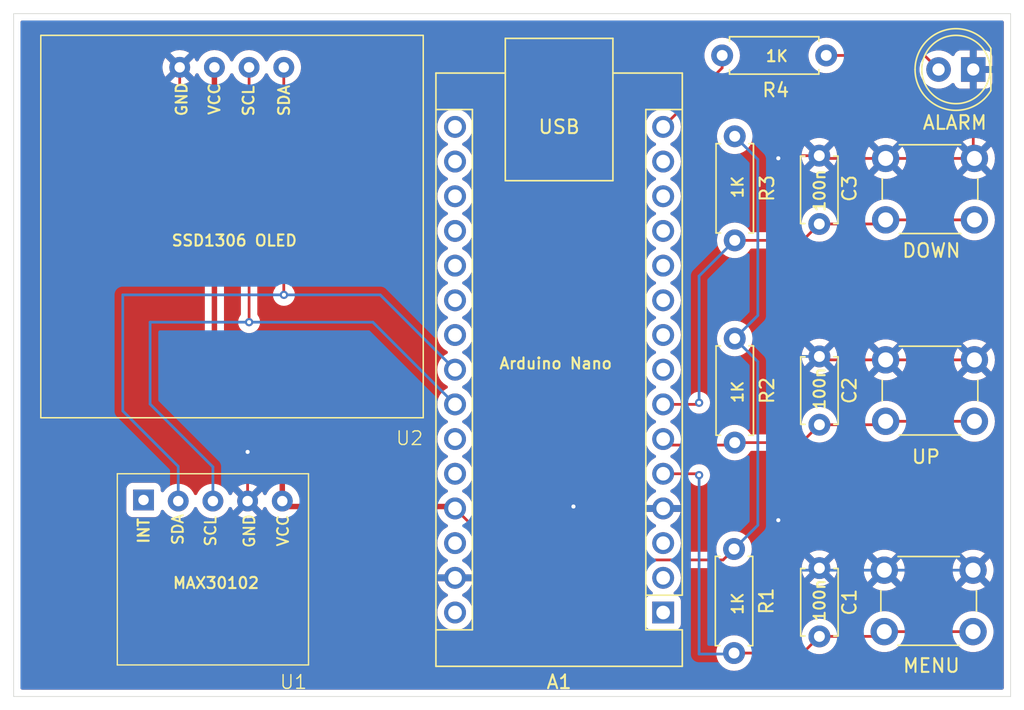
<source format=kicad_pcb>
(kicad_pcb (version 20240108) (generator "pcbnew") (generator_version "8.0")
  (layers (0 "F.Cu" signal "Front") (1 "In1.Cu" signal) (2 "In2.Cu" signal) (31 "B.Cu" signal "Back") (34 "B.Paste" user) (35 "F.Paste" user) (36 "B.SilkS" user "B.Silkscreen") (37 "F.SilkS" user "F.Silkscreen") (38 "B.Mask" user) (39 "F.Mask" user) (44 "Edge.Cuts" user))
  (net 0 "")
  (net 4 "GND")
  (net 5 "Net-(A1-D4)")
  (net 7 "Net-(A1-A4)")
  (net 11 "+5V")
  (net 12 "Net-(A1-D2)")
  (net 13 "Net-(A1-D12)")
  (net 22 "Net-(A1-D3)")
  (net 24 "Net-(A1-A5)")
  (net 30 "Net-(D1-A)")
  (footprint "Resistor_THT:R_Axial_DIN0207_L6.3mm_D2.5mm_P7.62mm_Horizontal" (layer "F.Cu") (at 160.31 91.7 -90)
    (property "Reference" "R2" (at 3.81 -2.37 90) (layer "F.SilkS"))
    (property "Value" "1K")
    (fp_line (start 0.54 1.37) (end 7.08 1.37) (stroke (width 0.12)) (layer "F.SilkS"))
    (fp_line (start 7.08 1.37) (end 7.08 1.04) (stroke (width 0.12)) (layer "F.SilkS"))
    (fp_line (start 0.54 1.04) (end 0.54 1.37) (stroke (width 0.12)) (layer "F.SilkS"))
    (fp_line (start 0.54 -1.04) (end 0.54 -1.37) (stroke (width 0.12)) (layer "F.SilkS"))
    (fp_line (start 0.54 -1.37) (end 7.08 -1.37) (stroke (width 0.12)) (layer "F.SilkS"))
    (fp_line (start 7.08 -1.37) (end 7.08 -1.04) (stroke (width 0.12)) (layer "F.SilkS"))
    (pad "1" thru_hole circle (at 0 0 270) (size 1.6 1.6) (drill 0.8) (layers "*.Cu" "*.Mask") (net 11 "+5V"))
    (pad "2" thru_hole oval (at 7.62 0 270) (size 1.6 1.6) (drill 0.8) (layers "*.Cu" "*.Mask") (net 22 "Net-(A1-D3)"))
  )
  (footprint "Module:Arduino_Nano" (layer "F.Cu") (at 155.07 111.76 180)
    (property "Reference" "A1" (at 7.62 -5.08 0) (layer "F.SilkS"))
    (property "Value" "Arduino_Nano_v3.x")
    (fp_line (start 16.64 39.5) (end 16.64 -3.94) (stroke (width 0.12)) (layer "F.SilkS"))
    (fp_line (start 16.64 39.5) (end 11.56 39.5) (stroke (width 0.12)) (layer "F.SilkS"))
    (fp_line (start 16.64 -3.94) (end -1.4 -3.94) (stroke (width 0.12)) (layer "F.SilkS"))
    (fp_line (start 13.97 36.83) (end 16.64 36.83) (stroke (width 0.12)) (layer "F.SilkS"))
    (fp_line (start 13.97 -1.27) (end 16.64 -1.27) (stroke (width 0.12)) (layer "F.SilkS"))
    (fp_line (start 13.97 -1.27) (end 13.97 36.83) (stroke (width 0.12)) (layer "F.SilkS"))
    (fp_line (start 11.56 42.04) (end 3.68 42.04) (stroke (width 0.12)) (layer "F.SilkS"))
    (fp_line (start 11.56 31.62) (end 11.56 42.04) (stroke (width 0.12)) (layer "F.SilkS"))
    (fp_line (start 3.68 42.04) (end 3.68 31.62) (stroke (width 0.12)) (layer "F.SilkS"))
    (fp_line (start 3.68 31.62) (end 11.56 31.62) (stroke (width 0.12)) (layer "F.SilkS"))
    (fp_line (start 1.27 36.83) (end -1.4 36.83) (stroke (width 0.12)) (layer "F.SilkS"))
    (fp_line (start 1.27 1.27) (end 1.27 36.83) (stroke (width 0.12)) (layer "F.SilkS"))
    (fp_line (start 1.27 1.27) (end 1.27 -1.27) (stroke (width 0.12)) (layer "F.SilkS"))
    (fp_line (start 1.27 1.27) (end -1.4 1.27) (stroke (width 0.12)) (layer "F.SilkS"))
    (fp_line (start 1.27 -1.27) (end -1.4 -1.27) (stroke (width 0.12)) (layer "F.SilkS"))
    (fp_line (start -1.4 39.5) (end 3.68 39.5) (stroke (width 0.12)) (layer "F.SilkS"))
    (fp_line (start -1.4 1.27) (end -1.4 39.5) (stroke (width 0.12)) (layer "F.SilkS"))
    (fp_line (start -1.4 -3.94) (end -1.4 -1.27) (stroke (width 0.12)) (layer "F.SilkS"))
    (fp_text user "USB" (at 7.62 35.56 0) (layer "F.SilkS"))
    (pad "1" thru_hole rect (at 0 0 180) (size 1.6 1.6) (drill 1) (layers "*.Cu" "*.Mask"))
    (pad "2" thru_hole oval (at 0 2.54 180) (size 1.6 1.6) (drill 1) (layers "*.Cu" "*.Mask"))
    (pad "3" thru_hole oval (at 0 5.08 180) (size 1.6 1.6) (drill 1) (layers "*.Cu" "*.Mask"))
    (pad "4" thru_hole oval (at 0 7.62 180) (size 1.6 1.6) (drill 1) (layers "*.Cu" "*.Mask") (net 4 "GND"))
    (pad "5" thru_hole oval (at 0 10.16 180) (size 1.6 1.6) (drill 1) (layers "*.Cu" "*.Mask") (net 12 "Net-(A1-D2)"))
    (pad "6" thru_hole oval (at 0 12.7 180) (size 1.6 1.6) (drill 1) (layers "*.Cu" "*.Mask") (net 22 "Net-(A1-D3)"))
    (pad "7" thru_hole oval (at 0 15.24 180) (size 1.6 1.6) (drill 1) (layers "*.Cu" "*.Mask") (net 5 "Net-(A1-D4)"))
    (pad "8" thru_hole oval (at 0 17.78 180) (size 1.6 1.6) (drill 1) (layers "*.Cu" "*.Mask"))
    (pad "9" thru_hole oval (at 0 20.32 180) (size 1.6 1.6) (drill 1) (layers "*.Cu" "*.Mask"))
    (pad "10" thru_hole oval (at 0 22.86 180) (size 1.6 1.6) (drill 1) (layers "*.Cu" "*.Mask"))
    (pad "11" thru_hole oval (at 0 25.4 180) (size 1.6 1.6) (drill 1) (layers "*.Cu" "*.Mask"))
    (pad "12" thru_hole oval (at 0 27.94 180) (size 1.6 1.6) (drill 1) (layers "*.Cu" "*.Mask"))
    (pad "13" thru_hole oval (at 0 30.48 180) (size 1.6 1.6) (drill 1) (layers "*.Cu" "*.Mask"))
    (pad "14" thru_hole oval (at 0 33.02 180) (size 1.6 1.6) (drill 1) (layers "*.Cu" "*.Mask"))
    (pad "15" thru_hole oval (at 0 35.56 180) (size 1.6 1.6) (drill 1) (layers "*.Cu" "*.Mask") (net 13 "Net-(A1-D12)"))
    (pad "16" thru_hole oval (at 15.24 35.56 180) (size 1.6 1.6) (drill 1) (layers "*.Cu" "*.Mask"))
    (pad "17" thru_hole oval (at 15.24 33.02 180) (size 1.6 1.6) (drill 1) (layers "*.Cu" "*.Mask"))
    (pad "18" thru_hole oval (at 15.24 30.48 180) (size 1.6 1.6) (drill 1) (layers "*.Cu" "*.Mask"))
    (pad "19" thru_hole oval (at 15.24 27.94 180) (size 1.6 1.6) (drill 1) (layers "*.Cu" "*.Mask"))
    (pad "20" thru_hole oval (at 15.24 25.4 180) (size 1.6 1.6) (drill 1) (layers "*.Cu" "*.Mask"))
    (pad "21" thru_hole oval (at 15.24 22.86 180) (size 1.6 1.6) (drill 1) (layers "*.Cu" "*.Mask"))
    (pad "22" thru_hole oval (at 15.24 20.32 180) (size 1.6 1.6) (drill 1) (layers "*.Cu" "*.Mask"))
    (pad "23" thru_hole oval (at 15.24 17.78 180) (size 1.6 1.6) (drill 1) (layers "*.Cu" "*.Mask") (net 7 "Net-(A1-A4)"))
    (pad "24" thru_hole oval (at 15.24 15.24 180) (size 1.6 1.6) (drill 1) (layers "*.Cu" "*.Mask") (net 24 "Net-(A1-A5)"))
    (pad "25" thru_hole oval (at 15.24 12.7 180) (size 1.6 1.6) (drill 1) (layers "*.Cu" "*.Mask"))
    (pad "26" thru_hole oval (at 15.24 10.16 180) (size 1.6 1.6) (drill 1) (layers "*.Cu" "*.Mask"))
    (pad "27" thru_hole oval (at 15.24 7.62 180) (size 1.6 1.6) (drill 1) (layers "*.Cu" "*.Mask") (net 11 "+5V"))
    (pad "28" thru_hole oval (at 15.24 5.08 180) (size 1.6 1.6) (drill 1) (layers "*.Cu" "*.Mask"))
    (pad "29" thru_hole oval (at 15.24 2.54 180) (size 1.6 1.6) (drill 1) (layers "*.Cu" "*.Mask") (net 4 "GND"))
    (pad "30" thru_hole oval (at 15.24 0 180) (size 1.6 1.6) (drill 1) (layers "*.Cu" "*.Mask"))
  )
  (footprint "Capacitor_THT:C_Disc_D4.7mm_W2.5mm_P5.00mm" (layer "F.Cu") (at 166.51 113.51 90)
    (property "Reference" "C1" (at 2.5 2.2 90) (layer "F.SilkS"))
    (property "Value" "100n")
    (fp_line (start 4.97 -1.37) (end 4.97 -1.055) (stroke (width 0.12)) (layer "F.SilkS"))
    (fp_line (start 0.03 -1.37) (end 4.97 -1.37) (stroke (width 0.12)) (layer "F.SilkS"))
    (fp_line (start 0.03 -1.37) (end 0.03 -1.055) (stroke (width 0.12)) (layer "F.SilkS"))
    (fp_line (start 4.97 1.055) (end 4.97 1.37) (stroke (width 0.12)) (layer "F.SilkS"))
    (fp_line (start 0.03 1.055) (end 0.03 1.37) (stroke (width 0.12)) (layer "F.SilkS"))
    (fp_line (start 0.03 1.37) (end 4.97 1.37) (stroke (width 0.12)) (layer "F.SilkS"))
    (pad "1" thru_hole circle (at 0 0 90) (size 1.6 1.6) (drill 0.8) (layers "*.Cu" "*.Mask") (net 12 "Net-(A1-D2)"))
    (pad "2" thru_hole circle (at 5 0 90) (size 1.6 1.6) (drill 0.8) (layers "*.Cu" "*.Mask") (net 4 "GND"))
  )
  (footprint "Capacitor_THT:C_Disc_D4.7mm_W2.5mm_P5.00mm" (layer "F.Cu") (at 166.51 98.01 90)
    (property "Reference" "C2" (at 2.5 2.2 90) (layer "F.SilkS"))
    (property "Value" "100n")
    (fp_line (start 4.97 -1.37) (end 4.97 -1.055) (stroke (width 0.12)) (layer "F.SilkS"))
    (fp_line (start 0.03 -1.37) (end 4.97 -1.37) (stroke (width 0.12)) (layer "F.SilkS"))
    (fp_line (start 0.03 -1.37) (end 0.03 -1.055) (stroke (width 0.12)) (layer "F.SilkS"))
    (fp_line (start 4.97 1.055) (end 4.97 1.37) (stroke (width 0.12)) (layer "F.SilkS"))
    (fp_line (start 0.03 1.055) (end 0.03 1.37) (stroke (width 0.12)) (layer "F.SilkS"))
    (fp_line (start 0.03 1.37) (end 4.97 1.37) (stroke (width 0.12)) (layer "F.SilkS"))
    (pad "1" thru_hole circle (at 0 0 90) (size 1.6 1.6) (drill 0.8) (layers "*.Cu" "*.Mask") (net 22 "Net-(A1-D3)"))
    (pad "2" thru_hole circle (at 5 0 90) (size 1.6 1.6) (drill 0.8) (layers "*.Cu" "*.Mask") (net 4 "GND"))
  )
  (footprint "Resistor_THT:R_Axial_DIN0207_L6.3mm_D2.5mm_P7.62mm_Horizontal" (layer "F.Cu") (at 160.26 107.11 -90)
    (property "Reference" "R1" (at 3.81 -2.37 90) (layer "F.SilkS"))
    (property "Value" "1K")
    (fp_line (start 0.54 1.37) (end 7.08 1.37) (stroke (width 0.12)) (layer "F.SilkS"))
    (fp_line (start 7.08 1.37) (end 7.08 1.04) (stroke (width 0.12)) (layer "F.SilkS"))
    (fp_line (start 0.54 1.04) (end 0.54 1.37) (stroke (width 0.12)) (layer "F.SilkS"))
    (fp_line (start 0.54 -1.04) (end 0.54 -1.37) (stroke (width 0.12)) (layer "F.SilkS"))
    (fp_line (start 0.54 -1.37) (end 7.08 -1.37) (stroke (width 0.12)) (layer "F.SilkS"))
    (fp_line (start 7.08 -1.37) (end 7.08 -1.04) (stroke (width 0.12)) (layer "F.SilkS"))
    (pad "1" thru_hole circle (at 0 0 270) (size 1.6 1.6) (drill 0.8) (layers "*.Cu" "*.Mask") (net 11 "+5V"))
    (pad "2" thru_hole oval (at 7.62 0 270) (size 1.6 1.6) (drill 0.8) (layers "*.Cu" "*.Mask") (net 12 "Net-(A1-D2)"))
  )
  (footprint "Button_Switch_THT:SW_PUSH_6mm" (layer "F.Cu") (at 171.36 93.26)
    (property "Reference" "UP" (at 2.95 7.1 0) (layer "F.SilkS"))
    (property "Value" "SW_Push")
    (fp_line (start -0.25 1.5) (end -0.25 3) (stroke (width 0.12)) (layer "F.SilkS"))
    (fp_line (start 1 5.5) (end 5.5 5.5) (stroke (width 0.12)) (layer "F.SilkS"))
    (fp_line (start 5.5 -1) (end 1 -1) (stroke (width 0.12)) (layer "F.SilkS"))
    (fp_line (start 6.75 3) (end 6.75 1.5) (stroke (width 0.12)) (layer "F.SilkS"))
    (pad "1" thru_hole circle (at 0 0 90) (size 2 2) (drill 1.1) (layers "*.Cu" "*.Mask") (net 4 "GND"))
    (pad "1" thru_hole circle (at 6.5 0 90) (size 2 2) (drill 1.1) (layers "*.Cu" "*.Mask") (net 4 "GND"))
    (pad "2" thru_hole circle (at 0 4.5 90) (size 2 2) (drill 1.1) (layers "*.Cu" "*.Mask") (net 22 "Net-(A1-D3)"))
    (pad "2" thru_hole circle (at 6.5 4.5 90) (size 2 2) (drill 1.1) (layers "*.Cu" "*.Mask") (net 22 "Net-(A1-D3)"))
  )
  (footprint "Resistor_THT:R_Axial_DIN0207_L6.3mm_D2.5mm_P7.62mm_Horizontal" (layer "F.Cu") (at 159.39 70.97)
    (property "Reference" "R4" (at 3.92 2.54 0) (layer "F.SilkS"))
    (property "Value" "1K")
    (fp_line (start 0.54 -1.37) (end 7.08 -1.37) (stroke (width 0.12)) (layer "F.SilkS"))
    (fp_line (start 0.54 -1.04) (end 0.54 -1.37) (stroke (width 0.12)) (layer "F.SilkS"))
    (fp_line (start 0.54 1.04) (end 0.54 1.37) (stroke (width 0.12)) (layer "F.SilkS"))
    (fp_line (start 0.54 1.37) (end 7.08 1.37) (stroke (width 0.12)) (layer "F.SilkS"))
    (fp_line (start 7.08 -1.37) (end 7.08 -1.04) (stroke (width 0.12)) (layer "F.SilkS"))
    (fp_line (start 7.08 1.37) (end 7.08 1.04) (stroke (width 0.12)) (layer "F.SilkS"))
    (pad "1" thru_hole circle (at 0 0) (size 1.6 1.6) (drill 0.8) (layers "*.Cu" "*.Mask") (net 13 "Net-(A1-D12)"))
    (pad "2" thru_hole oval (at 7.62 0) (size 1.6 1.6) (drill 0.8) (layers "*.Cu" "*.Mask") (net 30 "Net-(D1-A)"))
  )
  (footprint "spo2_stuff:MAX30102_MODULE" (layer "F.Cu") (at 122.100595 108.6)
    (property "Reference" "U1" (at 5.899405 8.25 0) (layer "F.SilkS") (effects (font (thickness 0.1))))
    (property "Value" "MAX30102" (hide yes))
    (fp_line (start -7 -7) (end 7 -7) (stroke (width 0.1)) (layer "F.SilkS"))
    (fp_line (start -7 7) (end -7 -7) (stroke (width 0.1)) (layer "F.SilkS"))
    (fp_line (start 7 -7) (end 7 7) (stroke (width 0.1)) (layer "F.SilkS"))
    (fp_line (start 7 7) (end -7 7) (stroke (width 0.1)) (layer "F.SilkS"))
    (fp_text user "VCC" (at 5.6 -1.6 90) (layer "F.SilkS") (effects (font (size 0.8 0.8) (thickness 0.14) (bold yes)) (justify left bottom)))
    (fp_text user "SCL" (at 0.299405 -1.6 90) (layer "F.SilkS") (effects (font (size 0.8 0.8) (thickness 0.14) (bold yes)) (justify left bottom)))
    (fp_text user "INT" (at -4.600595 -1.8 90) (layer "F.SilkS") (effects (font (size 0.8 0.8) (thickness 0.16) (bold yes)) (justify left bottom)))
    (fp_text user "SDA" (at -2.100595 -1.7 90) (layer "F.SilkS") (effects (font (size 0.8 0.8) (thickness 0.14) (bold yes)) (justify left bottom)))
    (fp_text user "GND" (at 2.2 -1.5 90) (layer "F.SilkS") (effects (font (size 0.8 0.8) (thickness 0.14) (bold yes)) (justify left top)))
    (pad "1" thru_hole rect (at -5.08 -5.08) (size 1.524 1.524) (drill 0.762) (layers "*.Cu" "*.Mask"))
    (pad "2" thru_hole circle (at -2.54 -5) (size 1.524 1.524) (drill 0.762) (layers "*.Cu" "*.Mask") (net 7 "Net-(A1-A4)"))
    (pad "3" thru_hole circle (at 0 -5) (size 1.524 1.524) (drill 0.762) (layers "*.Cu" "*.Mask") (net 24 "Net-(A1-A5)"))
    (pad "4" thru_hole circle (at 2.54 -5) (size 1.524 1.524) (drill 0.762) (layers "*.Cu" "*.Mask") (net 4 "GND"))
    (pad "5" thru_hole circle (at 5.08 -5) (size 1.524 1.524) (drill 0.762) (layers "*.Cu" "*.Mask") (net 11 "+5V"))
  )
  (footprint "Button_Switch_THT:SW_PUSH_6mm" (layer "F.Cu") (at 171.26 108.66)
    (property "Reference" "MENU" (at 3.45 6.99 0) (layer "F.SilkS"))
    (property "Value" "SW_Push")
    (fp_line (start -0.25 1.5) (end -0.25 3) (stroke (width 0.12)) (layer "F.SilkS"))
    (fp_line (start 1 5.5) (end 5.5 5.5) (stroke (width 0.12)) (layer "F.SilkS"))
    (fp_line (start 5.5 -1) (end 1 -1) (stroke (width 0.12)) (layer "F.SilkS"))
    (fp_line (start 6.75 3) (end 6.75 1.5) (stroke (width 0.12)) (layer "F.SilkS"))
    (pad "1" thru_hole circle (at 0 0 90) (size 2 2) (drill 1.1) (layers "*.Cu" "*.Mask") (net 4 "GND"))
    (pad "1" thru_hole circle (at 6.5 0 90) (size 2 2) (drill 1.1) (layers "*.Cu" "*.Mask") (net 4 "GND"))
    (pad "2" thru_hole circle (at 0 4.5 90) (size 2 2) (drill 1.1) (layers "*.Cu" "*.Mask") (net 12 "Net-(A1-D2)"))
    (pad "2" thru_hole circle (at 6.5 4.5 90) (size 2 2) (drill 1.1) (layers "*.Cu" "*.Mask") (net 12 "Net-(A1-D2)"))
  )
  (footprint "Button_Switch_THT:SW_PUSH_6mm" (layer "F.Cu") (at 171.36 78.51)
    (property "Reference" "DOWN" (at 3.35 6.75 0) (layer "F.SilkS"))
    (property "Value" "SW_Push")
    (fp_line (start -0.25 1.5) (end -0.25 3) (stroke (width 0.12)) (layer "F.SilkS"))
    (fp_line (start 1 5.5) (end 5.5 5.5) (stroke (width 0.12)) (layer "F.SilkS"))
    (fp_line (start 5.5 -1) (end 1 -1) (stroke (width 0.12)) (layer "F.SilkS"))
    (fp_line (start 6.75 3) (end 6.75 1.5) (stroke (width 0.12)) (layer "F.SilkS"))
    (pad "1" thru_hole circle (at 0 0 90) (size 2 2) (drill 1.1) (layers "*.Cu" "*.Mask") (net 4 "GND"))
    (pad "1" thru_hole circle (at 6.5 0 90) (size 2 2) (drill 1.1) (layers "*.Cu" "*.Mask") (net 4 "GND"))
    (pad "2" thru_hole circle (at 0 4.5 90) (size 2 2) (drill 1.1) (layers "*.Cu" "*.Mask") (net 5 "Net-(A1-D4)"))
    (pad "2" thru_hole circle (at 6.5 4.5 90) (size 2 2) (drill 1.1) (layers "*.Cu" "*.Mask") (net 5 "Net-(A1-D4)"))
  )
  (footprint "spo2_stuff:SSD 1306" (layer "F.Cu") (at 123.48 82)
    (property "Reference" "U2" (at 13.02 17 0) (layer "F.SilkS") (effects (font (thickness 0.1))))
    (property "Value" "SSD 1306")
    (fp_line (start -13.98 -12.5) (end 14.02 -12.5) (stroke (width 0.1)) (layer "F.SilkS"))
    (fp_line (start -13.98 15.5) (end -13.98 -12.5) (stroke (width 0.1)) (layer "F.SilkS"))
    (fp_line (start 14.02 -12.5) (end 14.02 15.5) (stroke (width 0.1)) (layer "F.SilkS"))
    (fp_line (start 14.02 15.5) (end -13.98 15.5) (stroke (width 0.1)) (layer "F.SilkS"))
    (fp_rect (start -13.98 -12.5) (end 14.02 15.5) (stroke (width 0.1)) (fill none) (layer "F.SilkS"))
    (fp_text user "GND" (at -3.2 -6.5 90) (layer "F.SilkS") (effects (font (size 0.8 0.8) (thickness 0.15) (bold yes)) (justify left bottom)))
    (fp_text user "SDA" (at 4.3 -6.5 90) (layer "F.SilkS") (effects (font (size 0.8 0.8) (thickness 0.15) (bold yes)) (justify left bottom)))
    (fp_text user "VCC" (at -0.8 -6.6 90) (layer "F.SilkS") (effects (font (size 0.8 0.8) (thickness 0.15) (bold yes)) (justify left bottom)))
    (fp_text user "SCL" (at 1.7 -6.5 90) (layer "F.SilkS") (effects (font (size 0.8 0.8) (thickness 0.15) (bold yes)) (justify left bottom)))
    (pad "1" thru_hole circle (at -3.81 -10.16) (size 1.524 1.524) (drill 0.762) (layers "*.Cu" "*.Mask") (net 4 "GND"))
    (pad "2" thru_hole circle (at -1.27 -10.16) (size 1.524 1.524) (drill 0.762) (layers "*.Cu" "*.Mask") (net 11 "+5V"))
    (pad "3" thru_hole circle (at 1.27 -10.16) (size 1.524 1.524) (drill 0.762) (layers "*.Cu" "*.Mask") (net 24 "Net-(A1-A5)"))
    (pad "4" thru_hole circle (at 3.81 -10.16) (size 1.524 1.524) (drill 0.762) (layers "*.Cu" "*.Mask") (net 7 "Net-(A1-A4)"))
  )
  (footprint "LED_THT:LED_D5.0mm" (layer "F.Cu") (at 177.775 72 180)
    (property "Reference" "ALARM" (at 1.35 -3.89 0) (layer "F.SilkS"))
    (property "Value" "LED")
    (fp_line (start -1.29 -1.545) (end -1.29 1.545) (stroke (width 0.12)) (layer "F.SilkS"))
    (fp_arc (start 4.26 0.000048) (mid 2.071756 2.880501) (end -1.29 1.54483) (stroke (width 0.12)) (layer "F.SilkS"))
    (fp_arc (start -1.29 -1.54483) (mid 2.071756 -2.880501) (end 4.26 -0.000048) (stroke (width 0.12)) (layer "F.SilkS"))
    (fp_circle (center 1.27 0) (end 3.77 0) (stroke (width 0.12)) (fill none) (layer "F.SilkS"))
    (pad "1" thru_hole rect (at 0 0 180) (size 1.8 1.8) (drill 0.9) (layers "*.Cu" "*.Mask") (net 4 "GND"))
    (pad "2" thru_hole circle (at 2.54 0 180) (size 1.8 1.8) (drill 0.9) (layers "*.Cu" "*.Mask") (net 30 "Net-(D1-A)"))
  )
  (footprint "Resistor_THT:R_Axial_DIN0207_L6.3mm_D2.5mm_P7.62mm_Horizontal" (layer "F.Cu") (at 160.31 76.89 -90)
    (property "Reference" "R3" (at 3.81 -2.37 90) (layer "F.SilkS"))
    (property "Value" "1K")
    (fp_line (start 0.54 1.37) (end 7.08 1.37) (stroke (width 0.12)) (layer "F.SilkS"))
    (fp_line (start 7.08 1.37) (end 7.08 1.04) (stroke (width 0.12)) (layer "F.SilkS"))
    (fp_line (start 0.54 1.04) (end 0.54 1.37) (stroke (width 0.12)) (layer "F.SilkS"))
    (fp_line (start 0.54 -1.04) (end 0.54 -1.37) (stroke (width 0.12)) (layer "F.SilkS"))
    (fp_line (start 0.54 -1.37) (end 7.08 -1.37) (stroke (width 0.12)) (layer "F.SilkS"))
    (fp_line (start 7.08 -1.37) (end 7.08 -1.04) (stroke (width 0.12)) (layer "F.SilkS"))
    (pad "1" thru_hole circle (at 0 0 270) (size 1.6 1.6) (drill 0.8) (layers "*.Cu" "*.Mask") (net 11 "+5V"))
    (pad "2" thru_hole oval (at 7.62 0 270) (size 1.6 1.6) (drill 0.8) (layers "*.Cu" "*.Mask") (net 5 "Net-(A1-D4)"))
  )
  (footprint "Capacitor_THT:C_Disc_D4.7mm_W2.5mm_P5.00mm" (layer "F.Cu") (at 166.5 83.31 90)
    (property "Reference" "C3" (at 2.6 2.21 90) (layer "F.SilkS"))
    (property "Value" "100n")
    (fp_line (start 4.97 -1.37) (end 4.97 -1.055) (stroke (width 0.12)) (layer "F.SilkS"))
    (fp_line (start 0.03 -1.37) (end 4.97 -1.37) (stroke (width 0.12)) (layer "F.SilkS"))
    (fp_line (start 0.03 -1.37) (end 0.03 -1.055) (stroke (width 0.12)) (layer "F.SilkS"))
    (fp_line (start 4.97 1.055) (end 4.97 1.37) (stroke (width 0.12)) (layer "F.SilkS"))
    (fp_line (start 0.03 1.055) (end 0.03 1.37) (stroke (width 0.12)) (layer "F.SilkS"))
    (fp_line (start 0.03 1.37) (end 4.97 1.37) (stroke (width 0.12)) (layer "F.SilkS"))
    (pad "1" thru_hole circle (at 0 0 90) (size 1.6 1.6) (drill 0.8) (layers "*.Cu" "*.Mask") (net 5 "Net-(A1-D4)"))
    (pad "2" thru_hole circle (at 5 0 90) (size 1.6 1.6) (drill 0.8) (layers "*.Cu" "*.Mask") (net 4 "GND"))
  )
  (gr_line (start 180.51 117.91) (end 180.51 67.91) (stroke (width 0.05)) (layer "Edge.Cuts"))
  (gr_line (start 180.51 67.91) (end 107.51 67.91) (stroke (width 0.05)) (layer "Edge.Cuts"))
  (gr_line (start 107.51 117.91) (end 180.51 117.91) (stroke (width 0.05)) (layer "Edge.Cuts"))
  (gr_line (start 107.51 67.91) (end 107.51 117.91) (stroke (width 0.05)) (layer "Edge.Cuts"))
  (gr_text "MAX30102" (at 119.090864 110.074282 0) (layer "F.SilkS") (effects (font (size 0.8128 0.8128) (thickness 0.1524) (bold yes)) (justify left bottom)))
  (gr_text "SSD1306 OLED" (at 119 85 0) (layer "F.SilkS") (effects (font (size 0.8128 0.8128) (thickness 0.1524) (bold yes)) (justify left bottom)))
  (gr_text "1K" (at 161 81.5 90) (layer "F.SilkS") (effects (font (size 0.8128 0.8128) (thickness 0.1524) (bold yes)) (justify left bottom)))
  (gr_text "1K\n" (at 162.5 71.5 0) (layer "F.SilkS") (effects (font (size 0.8128 0.8128) (thickness 0.1524) (bold yes)) (justify left bottom)))
  (gr_text "1K" (at 161 112 90) (layer "F.SilkS") (effects (font (size 0.8128 0.8128) (thickness 0.1524) (bold yes)) (justify left bottom)))
  (gr_text "100n" (at 167 97 90) (layer "F.SilkS") (effects (font (size 0.8128 0.8128) (thickness 0.1524) (bold yes)) (justify left bottom)))
  (gr_text "Arduino Nano\n" (at 143 94 0) (layer "F.SilkS") (effects (font (size 0.8128 0.8128) (thickness 0.1524) (bold yes)) (justify left bottom)))
  (gr_text "1K" (at 161 96.5 90) (layer "F.SilkS") (effects (font (size 0.8128 0.8128) (thickness 0.1524) (bold yes)) (justify left bottom)))
  (gr_text "100n\n" (at 167 82.5 90) (layer "F.SilkS") (effects (font (size 0.8128 0.8128) (thickness 0.1524) (bold yes)) (justify left bottom)))
  (gr_text "100n" (at 167 112.5 90) (layer "F.SilkS") (effects (font (size 0.8128 0.8128) (thickness 0.1524) (bold yes)) (justify left bottom)))
  (segment (start 162.64 104.14) (end 155.07 104.14) (width 0.2) (layer "F.Cu") (net 4))
  (segment (start 166.7 78.51) (end 166.5 78.31) (width 0.2) (layer "F.Cu") (net 4))
  (segment (start 166.76 93.26) (end 166.51 93.01) (width 0.2) (layer "F.Cu") (net 4))
  (segment (start 119.5 72.046) (end 119.637 71.909) (width 0.2) (layer "F.Cu") (net 4))
  (segment (start 124.640595 97.140595) (end 119.67 92.17) (width 0.2) (layer "F.Cu") (net 4))
  (segment (start 124.640595 100) (end 124.640595 103.6) (width 0.2) (layer "F.Cu") (net 4))
  (segment (start 177.775 78.425) (end 177.86 78.51) (width 0.2) (layer "F.Cu") (net 4))
  (segment (start 177.35 78) (end 177.86 78.51) (width 0.2) (layer "F.Cu") (net 4))
  (segment (start 171.36 78.51) (end 166.7 78.51) (width 0.2) (layer "F.Cu") (net 4))
  (segment (start 148.64 104.14) (end 148.5 104) (width 0.2) (layer "F.Cu") (net 4))
  (segment (start 177.775 72) (end 177.775 78.425) (width 0.2) (layer "F.Cu") (net 4))
  (segment (start 163.69 78.31) (end 163.5 78.5) (width 0.2) (layer "F.Cu") (net 4))
  (segment (start 166.5 78.31) (end 163.69 78.31) (width 0.2) (layer "F.Cu") (net 4))
  (segment (start 177.86 93.26) (end 166.76 93.26) (width 0.2) (layer "F.Cu") (net 4))
  (segment (start 119.67 92.17) (end 119.67 71.84) (width 0.2) (layer "F.Cu") (net 4))
  (segment (start 155.07 104.14) (end 148.64 104.14) (width 0.2) (layer "F.Cu") (net 4))
  (segment (start 177.86 78.51) (end 171.36 78.51) (width 0.2) (layer "F.Cu") (net 4))
  (segment (start 124.640595 100) (end 124.640595 97.140595) (width 0.2) (layer "F.Cu") (net 4))
  (segment (start 163.5 105) (end 162.64 104.14) (width 0.2) (layer "F.Cu") (net 4))
  (via (at 148.5 104) (size 0.6) (drill 0.3) (layers "F.Cu" "B.Cu") (net 4))
  (via (at 124.640595 100) (size 0.6) (drill 0.3) (layers "F.Cu" "B.Cu") (net 4))
  (via (at 163.5 78.5) (size 0.6) (drill 0.3) (layers "F.Cu" "B.Cu") (net 4))
  (via (at 163.5 105) (size 0.6) (drill 0.3) (layers "F.Cu" "B.Cu") (net 4))
  (segment (start 166.51 93.01) (end 163.51 93.01) (width 0.2) (layer "B.Cu") (net 4))
  (segment (start 163.51 93.01) (end 163.5 93) (width 0.2) (layer "B.Cu") (net 4))
  (segment (start 138.47 109.22) (end 139.83 109.22) (width 0.2) (layer "B.Cu") (net 4))
  (segment (start 148.5 109.22) (end 139.83 109.22) (width 0.2) (layer "B.Cu") (net 4))
  (segment (start 163.5 93) (end 163.5 105) (width 0.2) (layer "B.Cu") (net 4))
  (segment (start 163.5 107.5) (end 164.66 108.66) (width 0.2) (layer "B.Cu") (net 4))
  (segment (start 129.25 100) (end 138.47 109.22) (width 0.2) (layer "B.Cu") (net 4))
  (segment (start 163.5 105) (end 163.5 107.5) (width 0.2) (layer "B.Cu") (net 4))
  (segment (start 164.66 108.66) (end 177.76 108.66) (width 0.2) (layer "B.Cu") (net 4))
  (segment (start 124.640595 100) (end 129.25 100) (width 0.2) (layer "B.Cu") (net 4))
  (segment (start 148.5 104) (end 148.5 109.22) (width 0.2) (layer "B.Cu") (net 4))
  (segment (start 163.5 78.5) (end 163.5 93) (width 0.2) (layer "B.Cu") (net 4))
  (segment (start 157.58 96.52) (end 157.7 96.4) (width 0.2) (layer "F.Cu") (net 5))
  (segment (start 166.5 83.31) (end 171.06 83.31) (width 0.2) (layer "F.Cu") (net 5))
  (segment (start 160.31 84.51) (end 165.3 84.51) (width 0.2) (layer "F.Cu") (net 5))
  (segment (start 171.36 83.01) (end 177.86 83.01) (width 0.2) (layer "F.Cu") (net 5))
  (segment (start 165.3 84.51) (end 166.5 83.31) (width 0.2) (layer "F.Cu") (net 5))
  (segment (start 171.06 83.31) (end 171.36 83.01) (width 0.2) (layer "F.Cu") (net 5))
  (segment (start 155.07 96.52) (end 157.58 96.52) (width 0.2) (layer "F.Cu") (net 5))
  (via (at 157.7 96.4) (size 0.6) (drill 0.3) (layers "F.Cu" "B.Cu") (net 5))
  (segment (start 157.7 96.4) (end 157.7 87.12) (width 0.2) (layer "B.Cu") (net 5))
  (segment (start 157.7 87.12) (end 160.31 84.51) (width 0.2) (layer "B.Cu") (net 5))
  (segment (start 127.29 88.49) (end 127.29 71.84) (width 0.2) (layer "F.Cu") (net 7))
  (segment (start 127.3 88.5) (end 127.29 88.49) (width 0.2) (layer "F.Cu") (net 7))
  (segment (start 127.257 71.909) (end 127.5 72.152) (width 0.2) (layer "F.Cu") (net 7))
  (via (at 127.3 88.5) (size 0.6) (drill 0.3) (layers "F.Cu" "B.Cu") (net 7))
  (segment (start 127.3 88.5) (end 115.5 88.5) (width 0.2) (layer "B.Cu") (net 7))
  (segment (start 134.35 88.5) (end 139.83 93.98) (width 0.2) (layer "B.Cu") (net 7))
  (segment (start 127.3 88.5) (end 134.35 88.5) (width 0.2) (layer "B.Cu") (net 7))
  (segment (start 115.5 97) (end 119.560595 101.060595) (width 0.2) (layer "B.Cu") (net 7))
  (segment (start 119.560595 101.060595) (end 119.560595 103.6) (width 0.2) (layer "B.Cu") (net 7))
  (segment (start 115.5 88.5) (end 115.5 97) (width 0.2) (layer "B.Cu") (net 7))
  (segment (start 143.599999 107.909999) (end 139.83 104.14) (width 0.2) (layer "F.Cu") (net 11))
  (segment (start 139.83 104.14) (end 139.69 104) (width 0.4) (layer "F.Cu") (net 11))
  (segment (start 122.5 72.232) (end 122.177 71.909) (width 0.2) (layer "F.Cu") (net 11))
  (segment (start 122.21 71.84) (end 122.21 92.21) (width 0.4) (layer "F.Cu") (net 11))
  (segment (start 160.26 107.11) (end 159.460001 107.909999) (width 0.2) (layer "F.Cu") (net 11))
  (segment (start 122 72.05) (end 122.21 71.84) (width 0.2) (layer "F.Cu") (net 11))
  (segment (start 127.180595 97.180595) (end 127.180595 103.6) (width 0.4) (layer "F.Cu") (net 11))
  (segment (start 139.69 104) (end 127.580595 104) (width 0.4) (layer "F.Cu") (net 11))
  (segment (start 127.580595 104) (end 127.180595 103.6) (width 0.4) (layer "F.Cu") (net 11))
  (segment (start 122.21 92.21) (end 127.180595 97.180595) (width 0.4) (layer "F.Cu") (net 11))
  (segment (start 159.460001 107.909999) (end 143.599999 107.909999) (width 0.2) (layer "F.Cu") (net 11))
  (segment (start 162 90.01) (end 160.31 91.7) (width 0.2) (layer "B.Cu") (net 11))
  (segment (start 160.31 91.7) (end 162 93.39) (width 0.2) (layer "B.Cu") (net 11))
  (segment (start 162 105.37) (end 160.26 107.11) (width 0.2) (layer "B.Cu") (net 11))
  (segment (start 160.31 76.89) (end 162 78.58) (width 0.2) (layer "B.Cu") (net 11))
  (segment (start 162 93.39) (end 162 105.37) (width 0.2) (layer "B.Cu") (net 11))
  (segment (start 162 78.58) (end 162 90.01) (width 0.2) (layer "B.Cu") (net 11))
  (segment (start 127.5 103.200595) (end 127.175595 103.525) (width 0.2) (layer "B.Cu") (net 11))
  (segment (start 166.51 113.51) (end 170.91 113.51) (width 0.2) (layer "F.Cu") (net 12))
  (segment (start 160.26 114.73) (end 165.29 114.73) (width 0.2) (layer "F.Cu") (net 12))
  (segment (start 171.26 113.16) (end 177.76 113.16) (width 0.2) (layer "F.Cu") (net 12))
  (segment (start 170.91 113.51) (end 171.26 113.16) (width 0.2) (layer "F.Cu") (net 12))
  (segment (start 155.07 101.6) (end 157.6 101.6) (width 0.2) (layer "F.Cu") (net 12))
  (segment (start 157.6 101.6) (end 157.7 101.7) (width 0.2) (layer "F.Cu") (net 12))
  (segment (start 165.29 114.73) (end 166.51 113.51) (width 0.2) (layer "F.Cu") (net 12))
  (via (at 157.7 101.7) (size 0.6) (drill 0.3) (layers "F.Cu" "B.Cu") (net 12))
  (segment (start 157.7 101.7) (end 157.7 114.8) (width 0.2) (layer "B.Cu") (net 12))
  (segment (start 157.7 114.8) (end 160.19 114.8) (width 0.2) (layer "B.Cu") (net 12))
  (segment (start 160.19 114.8) (end 160.26 114.73) (width 0.2) (layer "B.Cu") (net 12))
  (segment (start 155.07 76.2) (end 159.39 71.88) (width 0.2) (layer "F.Cu") (net 13))
  (segment (start 159.39 71.88) (end 159.39 70.97) (width 0.2) (layer "F.Cu") (net 13))
  (segment (start 160.13 99.5) (end 160.31 99.32) (width 0.2) (layer "F.Cu") (net 22))
  (segment (start 171.36 97.76) (end 177.86 97.76) (width 0.2) (layer "F.Cu") (net 22))
  (segment (start 155.51 99.5) (end 160.13 99.5) (width 0.2) (layer "F.Cu") (net 22))
  (segment (start 165.2 99.32) (end 166.51 98.01) (width 0.2) (layer "F.Cu") (net 22))
  (segment (start 166.51 98.01) (end 171.11 98.01) (width 0.2) (layer "F.Cu") (net 22))
  (segment (start 160.31 99.32) (end 165.2 99.32) (width 0.2) (layer "F.Cu") (net 22))
  (segment (start 155.07 99.06) (end 155.51 99.5) (width 0.2) (layer "F.Cu") (net 22))
  (segment (start 171.11 98.01) (end 171.36 97.76) (width 0.2) (layer "F.Cu") (net 22))
  (segment (start 124.600595 72.025405) (end 124.717 71.909) (width 0.4) (layer "F.Cu") (net 24))
  (segment (start 124.75 90.5) (end 124.75 71.84) (width 0.2) (layer "F.Cu") (net 24))
  (via (at 124.75 90.5) (size 0.6) (drill 0.3) (layers "F.Cu" "B.Cu") (net 24))
  (segment (start 124.75 90.5) (end 133.81 90.5) (width 0.2) (layer "B.Cu") (net 24))
  (segment (start 133.81 90.5) (end 139.83 96.52) (width 0.2) (layer "B.Cu") (net 24))
  (segment (start 122.100595 101.100595) (end 122.100595 103.6) (width 0.2) (layer "B.Cu") (net 24))
  (segment (start 117.5 90.5) (end 117.5 96.5) (width 0.2) (layer "B.Cu") (net 24))
  (segment (start 117.5 96.5) (end 122.100595 101.100595) (width 0.2) (layer "B.Cu") (net 24))
  (segment (start 124.75 90.5) (end 117.5 90.5) (width 0.2) (layer "B.Cu") (net 24))
  (segment (start 139.83 96.52) (end 139.81 96.5) (width 0.2) (layer "B.Cu") (net 24))
  (segment (start 167.01 70.97) (end 174.205 70.97) (width 0.2) (layer "F.Cu") (net 30))
  (segment (start 174.205 70.97) (end 175.235 72) (width 0.2) (layer "F.Cu") (net 30))
  (zone (net 4) (net_name "GND") (layers "F&B.Cu") (connect_pads (clearance 0.5)) (min_thickness 0.25) (fill yes (thermal_gap 0.5) (thermal_bridge_width 0.5))
    (polygon (pts (xy 106.51 66.91) (xy 106.51 118.91) (xy 181.51 118.91) (xy 181.51 66.91)))
  )
)
</source>
